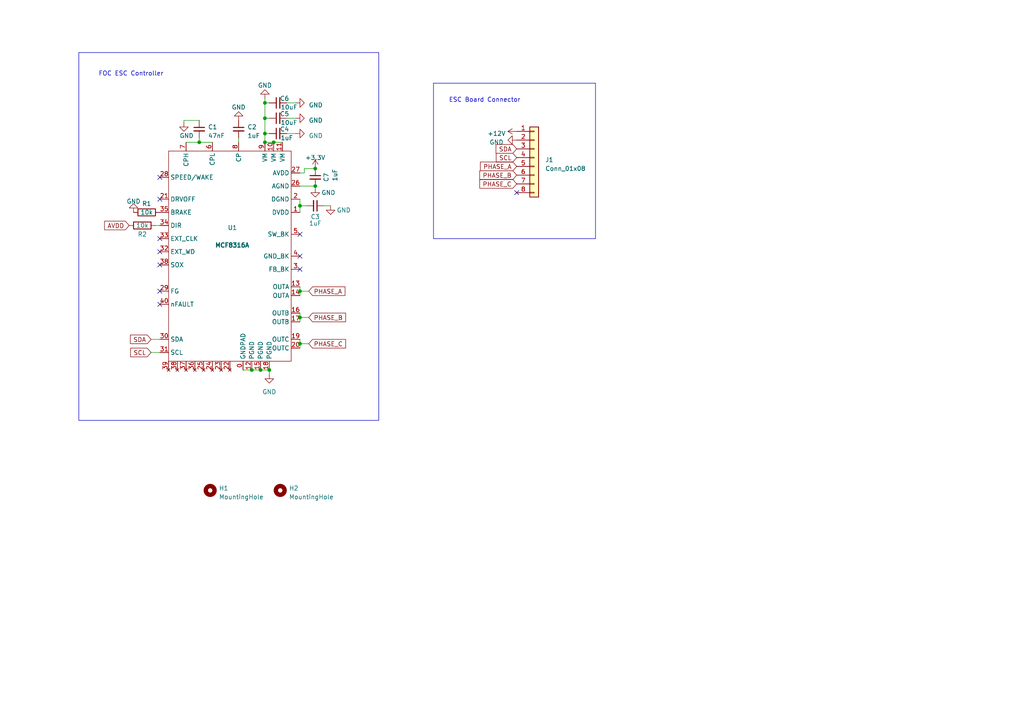
<source format=kicad_sch>
(kicad_sch (version 20221126) (generator eeschema)
  (paper "A4")
  (lib_symbols
    (symbol "Connector_Generic:Conn_01x08" (pin_names (offset 1.016) hide)
      (property "Reference" "J" (at 0 10.16 0))
      (property "Value" "Conn_01x08" (at 0 -12.7 0))
      (symbol "Conn_01x08_1_1"
        (rectangle (start -1.27 -10.033) (end 0 -10.287) (stroke (width 0.1524)))
        (rectangle (start -1.27 -7.493) (end 0 -7.747) (stroke (width 0.1524)))
        (rectangle (start -1.27 -4.953) (end 0 -5.207) (stroke (width 0.1524)))
        (rectangle (start -1.27 -2.413) (end 0 -2.667) (stroke (width 0.1524)))
        (rectangle (start -1.27 0.127) (end 0 -0.127) (stroke (width 0.1524)))
        (rectangle (start -1.27 2.667) (end 0 2.413) (stroke (width 0.1524)))
        (rectangle (start -1.27 5.207) (end 0 4.953) (stroke (width 0.1524)))
        (rectangle (start -1.27 7.747) (end 0 7.493) (stroke (width 0.1524)))
        (rectangle (start -1.27 8.89) (end 1.27 -11.43) (stroke (width 0.254)) (fill (type background)))
        (pin passive line (at -5.08 7.62 0) (length 3.81) (name "Pin_1") (number "1"))
        (pin passive line (at -5.08 5.08 0) (length 3.81) (name "Pin_2") (number "2"))
        (pin passive line (at -5.08 2.54 0) (length 3.81) (name "Pin_3") (number "3"))
        (pin passive line (at -5.08 0 0) (length 3.81) (name "Pin_4") (number "4"))
        (pin passive line (at -5.08 -2.54 0) (length 3.81) (name "Pin_5") (number "5"))
        (pin passive line (at -5.08 -5.08 0) (length 3.81) (name "Pin_6") (number "6"))
        (pin passive line (at -5.08 -7.62 0) (length 3.81) (name "Pin_7") (number "7"))
        (pin passive line (at -5.08 -10.16 0) (length 3.81) (name "Pin_8") (number "8"))
      )
    )
    (symbol "Device:C_Small" (pin_numbers hide) (pin_names (offset 0.254) hide)
      (property "Reference" "C" (at 0.254 1.778 0))
      (property "Value" "C_Small" (at 0.254 -2.032 0))
      (symbol "C_Small_0_1"
        (polyline (pts (xy -1.524 -0.508) (xy 1.524 -0.508)) (stroke (width 0.3302)))
        (polyline (pts (xy -1.524 0.508) (xy 1.524 0.508)) (stroke (width 0.3048)))
      )
      (symbol "C_Small_1_1"
        (pin passive line (at 0 2.54 270) (length 2.032) (name "~") (number "1"))
        (pin passive line (at 0 -2.54 90) (length 2.032) (name "~") (number "2"))
      )
    )
    (symbol "Device:R" (pin_numbers hide) (pin_names (offset 0))
      (property "Reference" "R" (at 2.032 0 90))
      (property "Value" "R" (at 0 0 90))
      (symbol "R_0_1"
        (rectangle (start -1.016 -2.54) (end 1.016 2.54) (stroke (width 0.254)))
      )
      (symbol "R_1_1"
        (pin passive line (at 0 3.81 270) (length 1.27) (name "~") (number "1"))
        (pin passive line (at 0 -3.81 90) (length 1.27) (name "~") (number "2"))
      )
    )
    (symbol "Mechanical:MountingHole" (pin_names (offset 1.016))
      (property "Reference" "H" (at 0 5.08 0))
      (property "Value" "MountingHole" (at 0 3.175 0))
      (symbol "MountingHole_0_1"
        (circle (center 0 0) (radius 1.27) (stroke (width 1.27)))
      )
    )
    (symbol "Texas_Instruments:MCF8316A"
      (property "Reference" "U" (at 0 -2.54 0))
      (property "Value" "MCF8316A" (at 0 0 0))
      (symbol "MCF8316A_0_1"
        (rectangle (start 17.78 27.94) (end -17.78 -33.02))
      )
      (symbol "MCF8316A_1_1"
        (pin power_in line (at 3.81 -35.56 90) (length 2.54) (name "GNDPAD") (number "0"))
        (pin power_in line (at 20.32 10.16 180) (length 2.54) (name "DVDD") (number "1"))
        (pin power_in line (at 12.7 30.48 270) (length 2.54) (name "VM") (number "10"))
        (pin power_in line (at 15.24 30.48 270) (length 2.54) (name "VM") (number "11"))
        (pin power_in line (at 6.35 -35.56 90) (length 2.54) (name "PGND") (number "12"))
        (pin bidirectional line (at 20.32 -11.43 180) (length 2.54) (name "OUTA") (number "13"))
        (pin bidirectional line (at 20.32 -13.97 180) (length 2.54) (name "OUTA") (number "14"))
        (pin power_in line (at 8.89 -35.56 90) (length 2.54) (name "PGND") (number "15"))
        (pin bidirectional line (at 20.32 -19.05 180) (length 2.54) (name "OUTB") (number "16"))
        (pin bidirectional line (at 20.32 -21.59 180) (length 2.54) (name "OUTB") (number "17"))
        (pin power_in line (at 11.43 -35.56 90) (length 2.54) (name "PGND") (number "18"))
        (pin bidirectional line (at 20.32 -26.67 180) (length 2.54) (name "OUTC") (number "19"))
        (pin power_out line (at 20.32 13.97 180) (length 2.54) (name "DGND") (number "2"))
        (pin bidirectional line (at 20.32 -29.21 180) (length 2.54) (name "OUTC") (number "20"))
        (pin input line (at -20.32 13.97 0) (length 2.54) (name "DRVOFF") (number "21"))
        (pin no_connect line (at 0 -35.56 90) (length 2.54) (name "") (number "22"))
        (pin no_connect line (at -2.54 -35.56 90) (length 2.54) (name "") (number "23"))
        (pin no_connect line (at -5.08 -35.56 90) (length 2.54) (name "") (number "24"))
        (pin no_connect line (at -7.62 -35.56 90) (length 2.54) (name "") (number "25"))
        (pin power_in line (at 20.32 17.78 180) (length 2.54) (name "AGND") (number "26"))
        (pin power_out line (at 20.32 21.59 180) (length 2.54) (name "AVDD") (number "27"))
        (pin input line (at -20.32 20.32 0) (length 2.54) (name "SPEED/WAKE") (number "28"))
        (pin output line (at -20.32 -12.7 0) (length 2.54) (name "FG") (number "29"))
        (pin bidirectional line (at 20.32 -6.35 180) (length 2.54) (name "FB_BK") (number "3"))
        (pin bidirectional line (at -20.32 -26.67 0) (length 2.54) (name "SDA") (number "30"))
        (pin input line (at -20.32 -30.48 0) (length 2.54) (name "SCL") (number "31"))
        (pin input line (at -20.32 -1.27 0) (length 2.54) (name "EXT_WD") (number "32"))
        (pin input line (at -20.32 2.54 0) (length 2.54) (name "EXT_CLK") (number "33"))
        (pin input line (at -20.32 6.35 0) (length 2.54) (name "DIR") (number "34"))
        (pin input line (at -20.32 10.16 0) (length 2.54) (name "BRAKE") (number "35"))
        (pin no_connect line (at -10.16 -35.56 90) (length 2.54) (name "") (number "36"))
        (pin no_connect line (at -12.7 -35.56 90) (length 2.54) (name "") (number "37"))
        (pin no_connect line (at -15.24 -35.56 90) (length 2.54) (name "") (number "38"))
        (pin output line (at -20.32 -5.08 0) (length 2.54) (name "SOX") (number "38"))
        (pin no_connect line (at -17.78 -35.56 90) (length 2.54) (name "") (number "39"))
        (pin power_in line (at 20.32 -2.54 180) (length 2.54) (name "GND_BK") (number "4"))
        (pin output line (at -20.32 -16.51 0) (length 2.54) (name "nFAULT") (number "40"))
        (pin bidirectional line (at 20.32 3.81 180) (length 2.54) (name "SW_BK") (number "5"))
        (pin bidirectional line (at -5.08 30.48 270) (length 2.54) (name "CPL") (number "6"))
        (pin bidirectional line (at -12.7 30.48 270) (length 2.54) (name "CPH") (number "7"))
        (pin bidirectional line (at 2.54 30.48 270) (length 2.54) (name "CP") (number "8"))
        (pin power_in line (at 10.16 30.48 270) (length 2.54) (name "VM") (number "9"))
      )
    )
    (symbol "power:+12V" (power) (pin_names (offset 0))
      (property "Value" "+12V" (at 0 3.556 0))
      (symbol "+12V_0_1"
        (polyline (pts (xy -0.762 1.27) (xy 0 2.54)))
        (polyline (pts (xy 0 0) (xy 0 2.54)))
        (polyline (pts (xy 0 2.54) (xy 0.762 1.27)))
      )
      (symbol "+12V_1_1"
        (pin power_in line (at 0 0 90) (length 0) hide (name "+12V") (number "1"))
      )
    )
    (symbol "power:+3.3V" (power) (pin_names (offset 0))
      (property "Value" "+3.3V" (at 0 3.556 0))
      (symbol "+3.3V_0_1"
        (polyline (pts (xy -0.762 1.27) (xy 0 2.54)))
        (polyline (pts (xy 0 0) (xy 0 2.54)))
        (polyline (pts (xy 0 2.54) (xy 0.762 1.27)))
      )
      (symbol "+3.3V_1_1"
        (pin power_in line (at 0 0 90) (length 0) hide (name "+3.3V") (number "1"))
      )
    )
    (symbol "power:GND" (power) (pin_names (offset 0))
      (property "Value" "GND" (at 0 -3.81 0))
      (symbol "GND_0_1"
        (polyline (pts (xy 0 0) (xy 0 -1.27) (xy 1.27 -1.27) (xy 0 -2.54) (xy -1.27 -1.27) (xy 0 -1.27)))
      )
      (symbol "GND_1_1"
        (pin power_in line (at 0 0 270) (length 0) hide (name "GND") (number "1"))
      )
    )
  )
  (junction (at 75.565 107.315))
  (junction (at 91.44 48.895))
  (junction (at 57.785 41.275))
  (junction (at 76.835 29.845))
  (junction (at 76.835 38.735))
  (junction (at 91.44 53.975))
  (junction (at 86.995 59.69))
  (junction (at 76.835 34.29))
  (junction (at 86.995 92.075))
  (junction (at 73.025 107.315))
  (junction (at 76.835 41.275))
  (junction (at 86.995 84.455))
  (junction (at 78.105 107.315))
  (junction (at 86.995 99.695))
  (junction (at 79.375 41.275))
  (no_connect (at 46.355 84.455))
  (no_connect (at 46.355 76.835))
  (no_connect (at 149.86 55.88))
  (no_connect (at 46.355 51.435))
  (no_connect (at 46.355 73.025))
  (no_connect (at 86.995 74.295))
  (no_connect (at 86.995 67.945))
  (no_connect (at 46.355 69.215))
  (no_connect (at 46.355 88.265))
  (no_connect (at 46.355 57.785))
  (no_connect (at 86.995 78.105))
  (wire (pts (xy 83.185 34.29) (xy 85.725 34.29)))
  (wire (pts (xy 76.835 38.735) (xy 78.105 38.735)))
  (wire (pts (xy 53.34 35.56) (xy 53.34 34.925)))
  (wire (pts (xy 86.995 90.805) (xy 86.995 92.075)))
  (wire (pts (xy 76.835 34.29) (xy 78.105 34.29)))
  (wire (pts (xy 76.835 41.275) (xy 79.375 41.275)))
  (wire (pts (xy 86.995 84.455) (xy 86.995 85.725)))
  (wire (pts (xy 53.34 34.925) (xy 57.785 34.925)))
  (wire (pts (xy 76.835 29.845) (xy 76.835 34.29)))
  (wire (pts (xy 70.485 107.315) (xy 73.025 107.315)))
  (wire (pts (xy 43.815 102.235) (xy 46.355 102.235)))
  (wire (pts (xy 86.995 99.695) (xy 86.995 100.965)))
  (wire (pts (xy 86.995 99.695) (xy 89.535 99.695)))
  (wire (pts (xy 86.995 83.185) (xy 86.995 84.455)))
  (wire (pts (xy 86.995 92.075) (xy 86.995 93.345)))
  (wire (pts (xy 78.105 107.315) (xy 78.105 108.585)))
  (wire (pts (xy 83.185 29.845) (xy 85.725 29.845)))
  (wire (pts (xy 91.44 48.895) (xy 88.265 48.895)))
  (wire (pts (xy 93.98 59.69) (xy 95.885 59.69)))
  (wire (pts (xy 86.995 84.455) (xy 89.535 84.455)))
  (wire (pts (xy 76.835 38.735) (xy 76.835 41.275)))
  (wire (pts (xy 57.785 41.275) (xy 61.595 41.275)))
  (wire (pts (xy 53.975 41.275) (xy 57.785 41.275)))
  (wire (pts (xy 73.025 107.315) (xy 75.565 107.315)))
  (wire (pts (xy 45.085 65.405) (xy 46.355 65.405)))
  (wire (pts (xy 88.265 48.895) (xy 88.265 50.165)))
  (wire (pts (xy 57.785 40.005) (xy 57.785 41.275)))
  (wire (pts (xy 86.995 92.075) (xy 89.535 92.075)))
  (wire (pts (xy 86.995 53.975) (xy 91.44 53.975)))
  (wire (pts (xy 86.995 59.69) (xy 88.9 59.69)))
  (wire (pts (xy 69.215 40.005) (xy 69.215 41.275)))
  (wire (pts (xy 75.565 107.315) (xy 78.105 107.315)))
  (wire (pts (xy 76.835 28.575) (xy 76.835 29.845)))
  (wire (pts (xy 79.375 41.275) (xy 81.915 41.275)))
  (wire (pts (xy 86.995 50.165) (xy 88.265 50.165)))
  (wire (pts (xy 76.835 29.845) (xy 78.105 29.845)))
  (wire (pts (xy 86.995 57.785) (xy 86.995 59.69)))
  (wire (pts (xy 86.995 59.69) (xy 86.995 61.595)))
  (wire (pts (xy 43.815 98.425) (xy 46.355 98.425)))
  (wire (pts (xy 76.835 34.29) (xy 76.835 38.735)))
  (wire (pts (xy 91.44 53.975) (xy 91.44 54.61)))
  (wire (pts (xy 83.185 38.735) (xy 85.725 38.735)))
  (wire (pts (xy 86.995 98.425) (xy 86.995 99.695)))
  (rectangle (start 22.86 15.24) (end 109.855 121.92))
  (rectangle (start 125.73 24.13) (end 172.72 69.215))
  (text "ESC Board Connector" (at 130.175 29.845 0) (effects (font (size 1.27 1.27)) (justify left bottom)))
  (text "FOC ESC Controller" (at 28.575 22.225 0) (effects (font (size 1.27 1.27)) (justify left bottom)))
  (global_label "PHASE_A" (shape input) (at 149.86 48.26 180) (property "Intersheetrefs" "${INTERSHEET_REFS}" (effects hide)))
  (global_label "PHASE_C" (shape input) (at 149.86 53.34 180) (property "Intersheetrefs" "${INTERSHEET_REFS}" (effects hide)))
  (global_label "SCL" (shape input) (at 43.815 102.235 180) (property "Intersheetrefs" "${INTERSHEET_REFS}" (effects hide)))
  (global_label "PHASE_B" (shape input) (at 149.86 50.8 180) (property "Intersheetrefs" "${INTERSHEET_REFS}" (effects hide)))
  (global_label "PHASE_A" (shape input) (at 89.535 84.455 0) (property "Intersheetrefs" "${INTERSHEET_REFS}" (effects hide)))
  (global_label "AVDD" (shape input) (at 37.465 65.405 180) (property "Intersheetrefs" "${INTERSHEET_REFS}" (effects hide)))
  (global_label "PHASE_B" (shape input) (at 89.535 92.075 0) (property "Intersheetrefs" "${INTERSHEET_REFS}" (effects hide)))
  (global_label "PHASE_C" (shape input) (at 89.535 99.695 0) (property "Intersheetrefs" "${INTERSHEET_REFS}" (effects hide)))
  (global_label "SDA" (shape input) (at 149.86 43.18 180) (property "Intersheetrefs" "${INTERSHEET_REFS}" (effects hide)))
  (global_label "SDA" (shape input) (at 43.815 98.425 180) (property "Intersheetrefs" "${INTERSHEET_REFS}" (effects hide)))
  (global_label "SCL" (shape input) (at 149.86 45.72 180) (property "Intersheetrefs" "${INTERSHEET_REFS}" (effects hide)))
  (symbol (lib_id "Device:C_Small") (at 57.785 37.465 0) (unit 1)
    (property "Reference" "C1" (at 60.325 36.8363 0) (effects (justify left)))
    (property "Value" "47nF" (at 60.325 39.3763 0) (effects (justify left)))
  )
  (symbol (lib_id "Mechanical:MountingHole") (at 60.96 142.24 0) (unit 1)
    (property "Reference" "H1" (at 63.5 141.605 0) (effects (justify left)))
    (property "Value" "MountingHole" (at 63.5 144.145 0) (effects (justify left)))
  )
  (symbol (lib_id "Device:C_Small") (at 69.215 37.465 0) (unit 1)
    (property "Reference" "C2" (at 71.755 36.8363 0) (effects (justify left)))
    (property "Value" "1uF" (at 71.755 39.3763 0) (effects (justify left)))
  )
  (symbol (lib_id "Device:C_Small") (at 91.44 59.69 270) (unit 1)
    (property "Reference" "C3" (at 91.44 62.865 90))
    (property "Value" "1uF" (at 91.44 64.77 90))
  )
  (symbol (lib_id "power:GND") (at 69.215 34.925 180) (unit 1)
    (property "Reference" "#PWR?" (effects hide))
    (property "Value" "GND" (at 69.215 31.115 0))
  )
  (symbol (lib_id "power:GND") (at 76.835 28.575 180) (unit 1)
    (property "Reference" "#PWR?" (effects hide))
    (property "Value" "GND" (at 76.835 24.765 0))
  )
  (symbol (lib_id "power:GND") (at 78.105 108.585 0) (unit 1)
    (property "Reference" "#PWR?" (effects hide))
    (property "Value" "GND" (at 78.105 113.665 0))
  )
  (symbol (lib_id "Device:R") (at 42.545 61.595 90) (unit 1)
    (property "Reference" "R1" (at 42.545 59.055 90))
    (property "Value" "10k" (at 42.545 61.595 90))
  )
  (symbol (lib_id "power:GND") (at 149.86 40.64 270) (unit 1)
    (property "Reference" "#PWR?" (effects hide))
    (property "Value" "GND" (at 146.05 41.275 90) (effects (justify right)))
  )
  (symbol (lib_id "Device:C_Small") (at 80.645 34.29 90) (unit 1)
    (property "Reference" "C5" (at 82.55 33.02 90))
    (property "Value" "10uF" (at 83.82 35.56 90))
  )
  (symbol (lib_id "Device:C_Small") (at 80.645 38.735 90) (unit 1)
    (property "Reference" "C4" (at 82.55 37.465 90))
    (property "Value" "1uF" (at 83.185 40.005 90))
  )
  (symbol (lib_id "Connector_Generic:Conn_01x08") (at 154.94 45.72 0) (unit 1)
    (property "Reference" "J1" (at 158.115 46.355 0) (effects (justify left)))
    (property "Value" "Conn_01x08" (at 158.115 48.895 0) (effects (justify left)))
  )
  (symbol (lib_id "Device:C_Small") (at 91.44 51.435 0) (unit 1)
    (property "Reference" "C7" (at 94.615 51.435 90))
    (property "Value" "1uF" (at 97.155 50.8 90))
  )
  (symbol (lib_id "power:GND") (at 85.725 38.735 90) (unit 1)
    (property "Reference" "#PWR?" (effects hide))
    (property "Value" "GND" (at 89.535 39.37 90) (effects (justify right)))
  )
  (symbol (lib_id "power:GND") (at 85.725 34.29 90) (unit 1)
    (property "Reference" "#PWR?" (effects hide))
    (property "Value" "GND" (at 89.535 34.925 90) (effects (justify right)))
  )
  (symbol (lib_id "power:+12V") (at 149.86 38.1 90) (unit 1)
    (property "Reference" "#PWR?" (effects hide))
    (property "Value" "+12V" (at 146.685 38.735 90) (effects (justify left)))
  )
  (symbol (lib_id "Device:C_Small") (at 80.645 29.845 90) (unit 1)
    (property "Reference" "C6" (at 82.55 28.575 90))
    (property "Value" "10uF" (at 83.82 31.115 90))
  )
  (symbol (lib_id "power:GND") (at 85.725 29.845 90) (unit 1)
    (property "Reference" "#PWR?" (effects hide))
    (property "Value" "GND" (at 89.535 30.48 90) (effects (justify right)))
  )
  (symbol (lib_id "Texas_Instruments:MCF8316A") (at 66.675 71.755 0) (unit 1)
    (property "Reference" "U1" (at 66.04 66.04 0) (effects (justify left)))
    (property "Value" "MCF8316A" (at 62.23 71.12 0) (effects (font bold) (justify left)))
    (property "Footprint" "SMD:MCF8316A" (effects hide))
  )
  (symbol (lib_id "power:+3.3V") (at 91.44 48.895 0) (unit 1)
    (property "Reference" "#PWR?" (effects hide))
    (property "Value" "+3.3V" (at 91.44 45.72 0))
  )
  (symbol (lib_id "power:GND") (at 95.885 59.69 0) (unit 1)
    (property "Reference" "#PWR?" (effects hide))
    (property "Value" "GND" (at 99.695 60.96 0))
  )
  (symbol (lib_id "power:GND") (at 53.34 35.56 0) (unit 1)
    (property "Reference" "#PWR?" (effects hide))
    (property "Value" "GND" (at 52.07 39.37 0) (effects (justify left)))
  )
  (symbol (lib_id "power:GND") (at 91.44 54.61 0) (unit 1)
    (property "Reference" "#PWR?" (effects hide))
    (property "Value" "GND" (at 95.25 55.88 0))
  )
  (symbol (lib_id "Device:R") (at 41.275 65.405 90) (unit 1)
    (property "Reference" "R2" (at 41.275 67.945 90))
    (property "Value" "10k" (at 41.275 65.405 90))
  )
  (symbol (lib_id "Mechanical:MountingHole") (at 81.28 142.24 0) (unit 1)
    (property "Reference" "H2" (at 83.82 141.605 0) (effects (justify left)))
    (property "Value" "MountingHole" (at 83.82 144.145 0) (effects (justify left)))
  )
  (symbol (lib_id "power:GND") (at 38.735 61.595 180) (unit 1)
    (property "Reference" "#PWR?" (effects hide))
    (property "Value" "GND" (at 38.735 58.42 0))
  )
)
</source>
